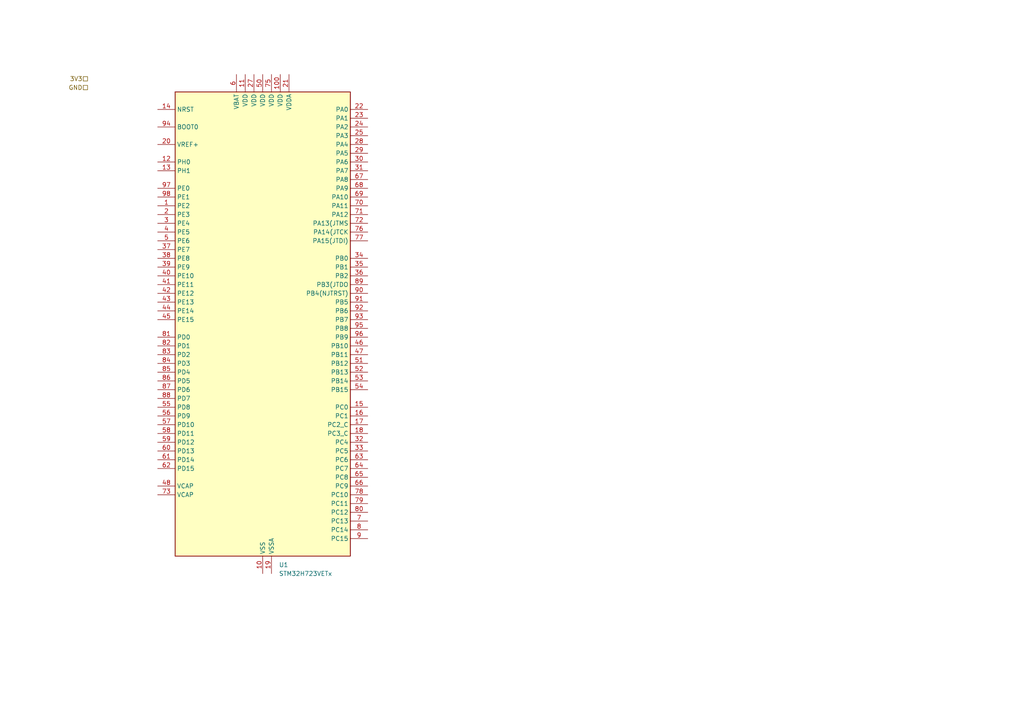
<source format=kicad_sch>
(kicad_sch (version 20250114) (generator "eeschema") (generator_version "9.0")
  (paper "A4")
  (lib_symbols
    (symbol "MCU_ST_STM32H7:STM32H723VETx"
      (property "Reference" "U" (at -25.4 69.85 0))
      (property "Value" "STM32H723VETx" (at 10.16 69.85 0))
      (symbol "STM32H723VETx_0_1"
        (rectangle (start -25.4 -66.04) (end 25.4 68.58) (stroke (width 0.254)) (fill (type background)))
      )
      (symbol "STM32H723VETx_1_1"
        (pin input line (at -30.48 63.5 0) (length 5.08) (name "NRST") (number "14"))
        (pin input line (at -30.48 58.42 0) (length 5.08) (name "BOOT0") (number "94"))
        (pin input line (at -30.48 53.34 0) (length 5.08) (name "VREF+") (number "20"))
        (pin bidirectional line (at -30.48 48.26 0) (length 5.08) (name "PH0") (number "12"))
        (pin bidirectional line (at -30.48 45.72 0) (length 5.08) (name "PH1") (number "13"))
        (pin bidirectional line (at -30.48 40.64 0) (length 5.08) (name "PE0") (number "97"))
        (pin bidirectional line (at -30.48 38.1 0) (length 5.08) (name "PE1") (number "98"))
        (pin bidirectional line (at -30.48 35.56 0) (length 5.08) (name "PE2") (number "1"))
        (pin bidirectional line (at -30.48 33.02 0) (length 5.08) (name "PE3") (number "2"))
        (pin bidirectional line (at -30.48 30.48 0) (length 5.08) (name "PE4") (number "3"))
        (pin bidirectional line (at -30.48 27.94 0) (length 5.08) (name "PE5") (number "4"))
        (pin bidirectional line (at -30.48 25.4 0) (length 5.08) (name "PE6") (number "5"))
        (pin bidirectional line (at -30.48 22.86 0) (length 5.08) (name "PE7") (number "37"))
        (pin bidirectional line (at -30.48 20.32 0) (length 5.08) (name "PE8") (number "38"))
        (pin bidirectional line (at -30.48 17.78 0) (length 5.08) (name "PE9") (number "39"))
        (pin bidirectional line (at -30.48 15.24 0) (length 5.08) (name "PE10") (number "40"))
        (pin bidirectional line (at -30.48 12.7 0) (length 5.08) (name "PE11") (number "41"))
        (pin bidirectional line (at -30.48 10.16 0) (length 5.08) (name "PE12") (number "42"))
        (pin bidirectional line (at -30.48 7.62 0) (length 5.08) (name "PE13") (number "43"))
        (pin bidirectional line (at -30.48 5.08 0) (length 5.08) (name "PE14") (number "44"))
        (pin bidirectional line (at -30.48 2.54 0) (length 5.08) (name "PE15") (number "45"))
        (pin bidirectional line (at -30.48 -2.54 0) (length 5.08) (name "PD0") (number "81"))
        (pin bidirectional line (at -30.48 -5.08 0) (length 5.08) (name "PD1") (number "82"))
        (pin bidirectional line (at -30.48 -7.62 0) (length 5.08) (name "PD2") (number "83"))
        (pin bidirectional line (at -30.48 -10.16 0) (length 5.08) (name "PD3") (number "84"))
        (pin bidirectional line (at -30.48 -12.7 0) (length 5.08) (name "PD4") (number "85"))
        (pin bidirectional line (at -30.48 -15.24 0) (length 5.08) (name "PD5") (number "86"))
        (pin bidirectional line (at -30.48 -17.78 0) (length 5.08) (name "PD6") (number "87"))
        (pin bidirectional line (at -30.48 -20.32 0) (length 5.08) (name "PD7") (number "88"))
        (pin bidirectional line (at -30.48 -22.86 0) (length 5.08) (name "PD8") (number "55"))
        (pin bidirectional line (at -30.48 -25.4 0) (length 5.08) (name "PD9") (number "56"))
        (pin bidirectional line (at -30.48 -27.94 0) (length 5.08) (name "PD10") (number "57"))
        (pin bidirectional line (at -30.48 -30.48 0) (length 5.08) (name "PD11") (number "58"))
        (pin bidirectional line (at -30.48 -33.02 0) (length 5.08) (name "PD12") (number "59"))
        (pin bidirectional line (at -30.48 -35.56 0) (length 5.08) (name "PD13") (number "60"))
        (pin bidirectional line (at -30.48 -38.1 0) (length 5.08) (name "PD14") (number "61"))
        (pin bidirectional line (at -30.48 -40.64 0) (length 5.08) (name "PD15") (number "62"))
        (pin power_out line (at -30.48 -45.72 0) (length 5.08) (name "VCAP") (number "48"))
        (pin power_out line (at -30.48 -48.26 0) (length 5.08) (name "VCAP") (number "73"))
        (pin power_in line (at -7.62 73.66 270) (length 5.08) (name "VBAT") (number "6"))
        (pin power_in line (at -5.08 73.66 270) (length 5.08) (name "VDD") (number "11"))
        (pin power_in line (at -2.54 73.66 270) (length 5.08) (name "VDD") (number "27"))
        (pin power_in line (at 0 73.66 270) (length 5.08) (name "VDD") (number "50"))
        (pin power_in line (at 0 -71.12 90) (length 5.08) (name "VSS") (number "10"))
        (pin passive line (at 0 -71.12 90) (length 5.08) (hide yes) (name "VSS") (number "26"))
        (pin passive line (at 0 -71.12 90) (length 5.08) (hide yes) (name "VSS") (number "49"))
        (pin passive line (at 0 -71.12 90) (length 5.08) (hide yes) (name "VSS") (number "74"))
        (pin passive line (at 0 -71.12 90) (length 5.08) (hide yes) (name "VSS") (number "99"))
        (pin power_in line (at 2.54 73.66 270) (length 5.08) (name "VDD") (number "75"))
        (pin power_in line (at 2.54 -71.12 90) (length 5.08) (name "VSSA") (number "19"))
        (pin power_in line (at 5.08 73.66 270) (length 5.08) (name "VDD") (number "100"))
        (pin power_in line (at 7.62 73.66 270) (length 5.08) (name "VDDA") (number "21"))
        (pin bidirectional line (at 30.48 63.5 180) (length 5.08) (name "PA0") (number "22"))
        (pin bidirectional line (at 30.48 60.96 180) (length 5.08) (name "PA1") (number "23"))
        (pin bidirectional line (at 30.48 58.42 180) (length 5.08) (name "PA2") (number "24"))
        (pin bidirectional line (at 30.48 55.88 180) (length 5.08) (name "PA3") (number "25"))
        (pin bidirectional line (at 30.48 53.34 180) (length 5.08) (name "PA4") (number "28"))
        (pin bidirectional line (at 30.48 50.8 180) (length 5.08) (name "PA5") (number "29"))
        (pin bidirectional line (at 30.48 48.26 180) (length 5.08) (name "PA6") (number "30"))
        (pin bidirectional line (at 30.48 45.72 180) (length 5.08) (name "PA7") (number "31"))
        (pin bidirectional line (at 30.48 43.18 180) (length 5.08) (name "PA8") (number "67"))
        (pin bidirectional line (at 30.48 40.64 180) (length 5.08) (name "PA9") (number "68"))
        (pin bidirectional line (at 30.48 38.1 180) (length 5.08) (name "PA10") (number "69"))
        (pin bidirectional line (at 30.48 35.56 180) (length 5.08) (name "PA11") (number "70"))
        (pin bidirectional line (at 30.48 33.02 180) (length 5.08) (name "PA12") (number "71"))
        (pin bidirectional line (at 30.48 30.48 180) (length 5.08) (name "PA13(JTMS") (number "72"))
        (pin bidirectional line (at 30.48 27.94 180) (length 5.08) (name "PA14(JTCK") (number "76"))
        (pin bidirectional line (at 30.48 25.4 180) (length 5.08) (name "PA15(JTDI)") (number "77"))
        (pin bidirectional line (at 30.48 20.32 180) (length 5.08) (name "PB0") (number "34"))
        (pin bidirectional line (at 30.48 17.78 180) (length 5.08) (name "PB1") (number "35"))
        (pin bidirectional line (at 30.48 15.24 180) (length 5.08) (name "PB2") (number "36"))
        (pin bidirectional line (at 30.48 12.7 180) (length 5.08) (name "PB3(JTDO") (number "89"))
        (pin bidirectional line (at 30.48 10.16 180) (length 5.08) (name "PB4(NJTRST)") (number "90"))
        (pin bidirectional line (at 30.48 7.62 180) (length 5.08) (name "PB5") (number "91"))
        (pin bidirectional line (at 30.48 5.08 180) (length 5.08) (name "PB6") (number "92"))
        (pin bidirectional line (at 30.48 2.54 180) (length 5.08) (name "PB7") (number "93"))
        (pin bidirectional line (at 30.48 0 180) (length 5.08) (name "PB8") (number "95"))
        (pin bidirectional line (at 30.48 -2.54 180) (length 5.08) (name "PB9") (number "96"))
        (pin bidirectional line (at 30.48 -5.08 180) (length 5.08) (name "PB10") (number "46"))
        (pin bidirectional line (at 30.48 -7.62 180) (length 5.08) (name "PB11") (number "47"))
        (pin bidirectional line (at 30.48 -10.16 180) (length 5.08) (name "PB12") (number "51"))
        (pin bidirectional line (at 30.48 -12.7 180) (length 5.08) (name "PB13") (number "52"))
        (pin bidirectional line (at 30.48 -15.24 180) (length 5.08) (name "PB14") (number "53"))
        (pin bidirectional line (at 30.48 -17.78 180) (length 5.08) (name "PB15") (number "54"))
        (pin bidirectional line (at 30.48 -22.86 180) (length 5.08) (name "PC0") (number "15"))
        (pin bidirectional line (at 30.48 -25.4 180) (length 5.08) (name "PC1") (number "16"))
        (pin bidirectional line (at 30.48 -27.94 180) (length 5.08) (name "PC2_C") (number "17"))
        (pin bidirectional line (at 30.48 -30.48 180) (length 5.08) (name "PC3_C") (number "18"))
        (pin bidirectional line (at 30.48 -33.02 180) (length 5.08) (name "PC4") (number "32"))
        (pin bidirectional line (at 30.48 -35.56 180) (length 5.08) (name "PC5") (number "33"))
        (pin bidirectional line (at 30.48 -38.1 180) (length 5.08) (name "PC6") (number "63"))
        (pin bidirectional line (at 30.48 -40.64 180) (length 5.08) (name "PC7") (number "64"))
        (pin bidirectional line (at 30.48 -43.18 180) (length 5.08) (name "PC8") (number "65"))
        (pin bidirectional line (at 30.48 -45.72 180) (length 5.08) (name "PC9") (number "66"))
        (pin bidirectional line (at 30.48 -48.26 180) (length 5.08) (name "PC10") (number "78"))
        (pin bidirectional line (at 30.48 -50.8 180) (length 5.08) (name "PC11") (number "79"))
        (pin bidirectional line (at 30.48 -53.34 180) (length 5.08) (name "PC12") (number "80"))
        (pin bidirectional line (at 30.48 -55.88 180) (length 5.08) (name "PC13") (number "7"))
        (pin bidirectional line (at 30.48 -58.42 180) (length 5.08) (name "PC14") (number "8"))
        (pin bidirectional line (at 30.48 -60.96 180) (length 5.08) (name "PC15") (number "9"))
      )
    )
  )
  (hierarchical_label "3V3" (shape passive) (at 25.4 22.86 180))
  (hierarchical_label "GND" (shape passive) (at 25.4 25.4 180))
  (symbol (lib_id "MCU_ST_STM32H7:STM32H723VETx") (at 76.2 95.25 0) (unit 1)
    (property "Reference" "U1" (at 80.8833 163.83 0) (effects (justify left)))
    (property "Value" "STM32H723VETx" (at 80.8833 166.37 0) (effects (justify left)))
    (property "Footprint" "Package_QFP:LQFP-100_14x14mm_P0.5mm" (effects (hide yes)))
    (property "Datasheet" "https://www.st.com/resource/en/datasheet/stm32h723ve.pdf" (effects (hide yes)))
    (property "Description" "STMicroelectronics Arm Cortex-M7 MCU, 512KB flash, 564KB RAM, 550 MHz, 1.71-3.6V, 82 GPIO, LQFP100" (effects (hide yes)))
  )
)
</source>
